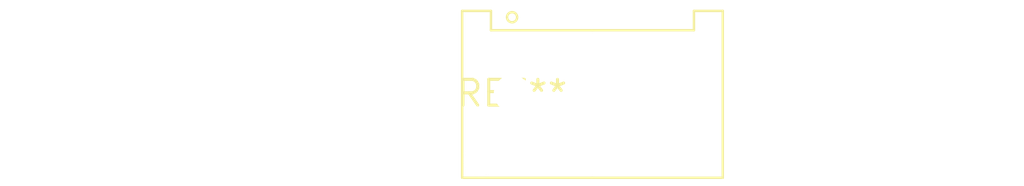
<source format=kicad_pcb>
(kicad_pcb (version 20240108) (generator pcbnew)
  (layers (0 "F.Cu" signal) (31 "B.Cu" signal) (34 "B.Paste" user) (35 "F.Paste" user) (36 "B.SilkS" user "B.Silkscreen") (37 "F.SilkS" user "F.Silkscreen") (38 "B.Mask" user) (39 "F.Mask" user) (44 "Edge.Cuts" user))
  (net 0 "")
  (footprint "Hirose_DF63M-3P-3.96DSA_1x03_P3.96mm_Vertical" (layer "F.Cu") (at 0 0)
    (property "Reference" "REF**")
    (property "Value" "Hirose_DF63M-3P-3.96DSA_1x03_P3.96mm_Vertical")
    (fp_line (start -2.46 -4.06) (end -1.04 -4.06) (layer "F.SilkS") (stroke (width 0.12)))
    (fp_line (start -2.46 4.16) (end -2.46 -4.06) (layer "F.SilkS") (stroke (width 0.12)))
    (fp_line (start -1.04 -4.06) (end -1.04 -3.11) (layer "F.SilkS") (stroke (width 0.12)))
    (fp_line (start -1.04 -3.11) (end 3.96 -3.11) (layer "F.SilkS") (stroke (width 0.12)))
    (fp_line (start 3.96 4.16) (end -2.46 4.16) (layer "F.SilkS") (stroke (width 0.12)))
    (fp_line (start 3.96 4.16) (end 10.38 4.16) (layer "F.SilkS") (stroke (width 0.12)))
    (fp_line (start 8.96 -4.06) (end 8.96 -3.11) (layer "F.SilkS") (stroke (width 0.12)))
    (fp_line (start 8.96 -3.11) (end 3.96 -3.11) (layer "F.SilkS") (stroke (width 0.12)))
    (fp_line (start 10.38 -4.06) (end 8.96 -4.06) (layer "F.SilkS") (stroke (width 0.12)))
    (fp_line (start 10.38 4.16) (end 10.38 -4.06) (layer "F.SilkS") (stroke (width 0.12)))
    (fp_circle (center 0 -3.75) (end 0.25 -3.75) (layer "F.SilkS") (stroke (width 0.12)) (fill none))
    (pad "" np_thru_hole circle (at -1.5 3.25) (size 1.6 1.6) (drill 1.6) (layers *.Cu *.Mask))
    (pad "1" thru_hole roundrect (at 0 0) (size 2.46 2.8) (drill 1.8) (layers *.Cu *.Mask) (remove_unused_layers) (roundrect_rratio 0.101626))
    (pad "2" thru_hole oval (at 3.96 0) (size 2.46 2.8) (drill 1.8) (layers *.Cu *.Mask) (remove_unused_layers))
    (pad "3" thru_hole oval (at 7.92 0) (size 2.46 2.8) (drill 1.8) (layers *.Cu *.Mask) (remove_unused_layers))
  )
)
</source>
